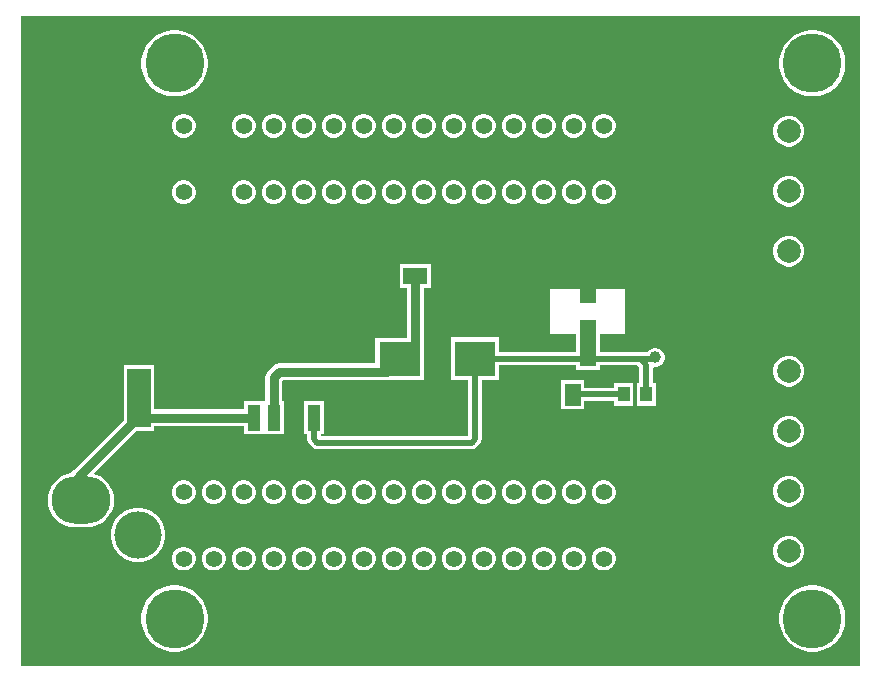
<source format=gbr>
%TF.GenerationSoftware,Altium Limited,Altium Designer,23.4.1 (23)*%
G04 Layer_Physical_Order=1*
G04 Layer_Color=255*
%FSLAX45Y45*%
%MOMM*%
%TF.SameCoordinates,EC373B95-F81A-4979-A11E-F0651E9AEA0C*%
%TF.FilePolarity,Positive*%
%TF.FileFunction,Copper,L1,Top,Signal*%
%TF.Part,Single*%
G01*
G75*
%TA.AperFunction,SMDPad,CuDef*%
%ADD10R,3.50000X3.00000*%
%ADD11R,1.00000X1.30000*%
%ADD12R,2.00000X1.45000*%
%ADD13R,1.40000X4.00000*%
%ADD14R,1.10000X2.20000*%
%ADD15R,10.80000X7.00000*%
%ADD16R,2.00000X5.00000*%
%ADD17R,1.35000X1.90000*%
%TA.AperFunction,Conductor*%
%ADD18C,0.80000*%
%ADD19C,0.50000*%
%TA.AperFunction,ComponentPad*%
%ADD20C,2.00000*%
%TA.AperFunction,ViaPad*%
%ADD21C,5.00000*%
%TA.AperFunction,ComponentPad*%
%ADD22C,1.40000*%
%ADD23O,5.00000X4.00000*%
%ADD24C,4.00000*%
%TA.AperFunction,ViaPad*%
%ADD25C,1.00000*%
G36*
X7200000Y100000D02*
X100000D01*
X100000Y5600000D01*
X7200000D01*
Y100000D01*
D02*
G37*
%LPC*%
G36*
X6822036Y5480000D02*
X6777963D01*
X6734433Y5473105D01*
X6692517Y5459486D01*
X6653248Y5439478D01*
X6617592Y5413572D01*
X6586428Y5382408D01*
X6560522Y5346752D01*
X6540514Y5307483D01*
X6526894Y5265567D01*
X6520000Y5222037D01*
Y5177963D01*
X6526894Y5134433D01*
X6540514Y5092517D01*
X6560522Y5053248D01*
X6586428Y5017592D01*
X6617592Y4986428D01*
X6653248Y4960522D01*
X6692517Y4940514D01*
X6734433Y4926895D01*
X6777963Y4920000D01*
X6822036D01*
X6865567Y4926895D01*
X6907483Y4940514D01*
X6946752Y4960522D01*
X6982408Y4986428D01*
X7013572Y5017592D01*
X7039477Y5053248D01*
X7059486Y5092517D01*
X7073105Y5134433D01*
X7080000Y5177963D01*
Y5222037D01*
X7073105Y5265567D01*
X7059486Y5307483D01*
X7039477Y5346752D01*
X7013572Y5382408D01*
X6982408Y5413572D01*
X6946752Y5439478D01*
X6907483Y5459486D01*
X6865567Y5473105D01*
X6822036Y5480000D01*
D02*
G37*
G36*
X1422037D02*
X1377963D01*
X1334433Y5473105D01*
X1292517Y5459486D01*
X1253248Y5439478D01*
X1217592Y5413572D01*
X1186428Y5382408D01*
X1160522Y5346752D01*
X1140514Y5307483D01*
X1126895Y5265567D01*
X1120000Y5222037D01*
Y5177963D01*
X1126895Y5134433D01*
X1140514Y5092517D01*
X1160522Y5053248D01*
X1186428Y5017592D01*
X1217592Y4986428D01*
X1253248Y4960522D01*
X1292517Y4940514D01*
X1334433Y4926895D01*
X1377963Y4920000D01*
X1422037D01*
X1465567Y4926895D01*
X1507483Y4940514D01*
X1546752Y4960522D01*
X1582408Y4986428D01*
X1613572Y5017592D01*
X1639478Y5053248D01*
X1659486Y5092517D01*
X1673105Y5134433D01*
X1680000Y5177963D01*
Y5222037D01*
X1673105Y5265567D01*
X1659486Y5307483D01*
X1639478Y5346752D01*
X1613572Y5382408D01*
X1582408Y5413572D01*
X1546752Y5439478D01*
X1507483Y5459486D01*
X1465567Y5473105D01*
X1422037Y5480000D01*
D02*
G37*
G36*
X5047165Y4772000D02*
X5020835D01*
X4995401Y4765185D01*
X4972599Y4752020D01*
X4953980Y4733401D01*
X4940815Y4710598D01*
X4934000Y4685165D01*
Y4658835D01*
X4940815Y4633402D01*
X4953980Y4610599D01*
X4972599Y4591980D01*
X4995401Y4578815D01*
X5020835Y4572000D01*
X5047165D01*
X5072598Y4578815D01*
X5095401Y4591980D01*
X5114019Y4610599D01*
X5127185Y4633402D01*
X5134000Y4658835D01*
Y4685165D01*
X5127185Y4710598D01*
X5114019Y4733401D01*
X5095401Y4752020D01*
X5072598Y4765185D01*
X5047165Y4772000D01*
D02*
G37*
G36*
X4793165D02*
X4766835D01*
X4741401Y4765185D01*
X4718599Y4752020D01*
X4699980Y4733401D01*
X4686815Y4710598D01*
X4680000Y4685165D01*
Y4658835D01*
X4686815Y4633402D01*
X4699980Y4610599D01*
X4718599Y4591980D01*
X4741401Y4578815D01*
X4766835Y4572000D01*
X4793165D01*
X4818598Y4578815D01*
X4841401Y4591980D01*
X4860019Y4610599D01*
X4873185Y4633402D01*
X4880000Y4658835D01*
Y4685165D01*
X4873185Y4710598D01*
X4860019Y4733401D01*
X4841401Y4752020D01*
X4818598Y4765185D01*
X4793165Y4772000D01*
D02*
G37*
G36*
X4539165D02*
X4512835D01*
X4487401Y4765185D01*
X4464599Y4752020D01*
X4445980Y4733401D01*
X4432815Y4710598D01*
X4426000Y4685165D01*
Y4658835D01*
X4432815Y4633402D01*
X4445980Y4610599D01*
X4464599Y4591980D01*
X4487401Y4578815D01*
X4512835Y4572000D01*
X4539165D01*
X4564598Y4578815D01*
X4587401Y4591980D01*
X4606019Y4610599D01*
X4619185Y4633402D01*
X4626000Y4658835D01*
Y4685165D01*
X4619185Y4710598D01*
X4606019Y4733401D01*
X4587401Y4752020D01*
X4564598Y4765185D01*
X4539165Y4772000D01*
D02*
G37*
G36*
X4285165D02*
X4258835D01*
X4233401Y4765185D01*
X4210599Y4752020D01*
X4191980Y4733401D01*
X4178815Y4710598D01*
X4172000Y4685165D01*
Y4658835D01*
X4178815Y4633402D01*
X4191980Y4610599D01*
X4210599Y4591980D01*
X4233401Y4578815D01*
X4258835Y4572000D01*
X4285165D01*
X4310598Y4578815D01*
X4333401Y4591980D01*
X4352019Y4610599D01*
X4365185Y4633402D01*
X4372000Y4658835D01*
Y4685165D01*
X4365185Y4710598D01*
X4352019Y4733401D01*
X4333401Y4752020D01*
X4310598Y4765185D01*
X4285165Y4772000D01*
D02*
G37*
G36*
X4031165D02*
X4004835D01*
X3979401Y4765185D01*
X3956599Y4752020D01*
X3937980Y4733401D01*
X3924815Y4710598D01*
X3918000Y4685165D01*
Y4658835D01*
X3924815Y4633402D01*
X3937980Y4610599D01*
X3956599Y4591980D01*
X3979401Y4578815D01*
X4004835Y4572000D01*
X4031165D01*
X4056598Y4578815D01*
X4079401Y4591980D01*
X4098019Y4610599D01*
X4111185Y4633402D01*
X4118000Y4658835D01*
Y4685165D01*
X4111185Y4710598D01*
X4098019Y4733401D01*
X4079401Y4752020D01*
X4056598Y4765185D01*
X4031165Y4772000D01*
D02*
G37*
G36*
X3777165D02*
X3750835D01*
X3725401Y4765185D01*
X3702599Y4752020D01*
X3683980Y4733401D01*
X3670815Y4710598D01*
X3664000Y4685165D01*
Y4658835D01*
X3670815Y4633402D01*
X3683980Y4610599D01*
X3702599Y4591980D01*
X3725401Y4578815D01*
X3750835Y4572000D01*
X3777165D01*
X3802598Y4578815D01*
X3825401Y4591980D01*
X3844019Y4610599D01*
X3857185Y4633402D01*
X3864000Y4658835D01*
Y4685165D01*
X3857185Y4710598D01*
X3844019Y4733401D01*
X3825401Y4752020D01*
X3802598Y4765185D01*
X3777165Y4772000D01*
D02*
G37*
G36*
X3523165D02*
X3496835D01*
X3471401Y4765185D01*
X3448599Y4752020D01*
X3429980Y4733401D01*
X3416815Y4710598D01*
X3410000Y4685165D01*
Y4658835D01*
X3416815Y4633402D01*
X3429980Y4610599D01*
X3448599Y4591980D01*
X3471401Y4578815D01*
X3496835Y4572000D01*
X3523165D01*
X3548598Y4578815D01*
X3571401Y4591980D01*
X3590019Y4610599D01*
X3603185Y4633402D01*
X3610000Y4658835D01*
Y4685165D01*
X3603185Y4710598D01*
X3590019Y4733401D01*
X3571401Y4752020D01*
X3548598Y4765185D01*
X3523165Y4772000D01*
D02*
G37*
G36*
X3269165D02*
X3242835D01*
X3217401Y4765185D01*
X3194599Y4752020D01*
X3175980Y4733401D01*
X3162815Y4710598D01*
X3156000Y4685165D01*
Y4658835D01*
X3162815Y4633402D01*
X3175980Y4610599D01*
X3194599Y4591980D01*
X3217401Y4578815D01*
X3242835Y4572000D01*
X3269165D01*
X3294598Y4578815D01*
X3317401Y4591980D01*
X3336019Y4610599D01*
X3349185Y4633402D01*
X3356000Y4658835D01*
Y4685165D01*
X3349185Y4710598D01*
X3336019Y4733401D01*
X3317401Y4752020D01*
X3294598Y4765185D01*
X3269165Y4772000D01*
D02*
G37*
G36*
X3015165D02*
X2988835D01*
X2963401Y4765185D01*
X2940599Y4752020D01*
X2921980Y4733401D01*
X2908815Y4710598D01*
X2902000Y4685165D01*
Y4658835D01*
X2908815Y4633402D01*
X2921980Y4610599D01*
X2940599Y4591980D01*
X2963401Y4578815D01*
X2988835Y4572000D01*
X3015165D01*
X3040598Y4578815D01*
X3063401Y4591980D01*
X3082019Y4610599D01*
X3095185Y4633402D01*
X3102000Y4658835D01*
Y4685165D01*
X3095185Y4710598D01*
X3082019Y4733401D01*
X3063401Y4752020D01*
X3040598Y4765185D01*
X3015165Y4772000D01*
D02*
G37*
G36*
X2761165D02*
X2734835D01*
X2709401Y4765185D01*
X2686599Y4752020D01*
X2667980Y4733401D01*
X2654815Y4710598D01*
X2648000Y4685165D01*
Y4658835D01*
X2654815Y4633402D01*
X2667980Y4610599D01*
X2686599Y4591980D01*
X2709401Y4578815D01*
X2734835Y4572000D01*
X2761165D01*
X2786598Y4578815D01*
X2809401Y4591980D01*
X2828019Y4610599D01*
X2841185Y4633402D01*
X2848000Y4658835D01*
Y4685165D01*
X2841185Y4710598D01*
X2828019Y4733401D01*
X2809401Y4752020D01*
X2786598Y4765185D01*
X2761165Y4772000D01*
D02*
G37*
G36*
X2507165D02*
X2480835D01*
X2455401Y4765185D01*
X2432599Y4752020D01*
X2413980Y4733401D01*
X2400815Y4710598D01*
X2394000Y4685165D01*
Y4658835D01*
X2400815Y4633402D01*
X2413980Y4610599D01*
X2432599Y4591980D01*
X2455401Y4578815D01*
X2480835Y4572000D01*
X2507165D01*
X2532598Y4578815D01*
X2555401Y4591980D01*
X2574019Y4610599D01*
X2587185Y4633402D01*
X2594000Y4658835D01*
Y4685165D01*
X2587185Y4710598D01*
X2574019Y4733401D01*
X2555401Y4752020D01*
X2532598Y4765185D01*
X2507165Y4772000D01*
D02*
G37*
G36*
X2253165D02*
X2226835D01*
X2201401Y4765185D01*
X2178599Y4752020D01*
X2159980Y4733401D01*
X2146815Y4710598D01*
X2140000Y4685165D01*
Y4658835D01*
X2146815Y4633402D01*
X2159980Y4610599D01*
X2178599Y4591980D01*
X2201401Y4578815D01*
X2226835Y4572000D01*
X2253165D01*
X2278598Y4578815D01*
X2301401Y4591980D01*
X2320019Y4610599D01*
X2333185Y4633402D01*
X2340000Y4658835D01*
Y4685165D01*
X2333185Y4710598D01*
X2320019Y4733401D01*
X2301401Y4752020D01*
X2278598Y4765185D01*
X2253165Y4772000D01*
D02*
G37*
G36*
X1999165D02*
X1972835D01*
X1947401Y4765185D01*
X1924599Y4752020D01*
X1905980Y4733401D01*
X1892815Y4710598D01*
X1886000Y4685165D01*
Y4658835D01*
X1892815Y4633402D01*
X1905980Y4610599D01*
X1924599Y4591980D01*
X1947401Y4578815D01*
X1972835Y4572000D01*
X1999165D01*
X2024598Y4578815D01*
X2047401Y4591980D01*
X2066019Y4610599D01*
X2079185Y4633402D01*
X2086000Y4658835D01*
Y4685165D01*
X2079185Y4710598D01*
X2066019Y4733401D01*
X2047401Y4752020D01*
X2024598Y4765185D01*
X1999165Y4772000D01*
D02*
G37*
G36*
X1491165D02*
X1464835D01*
X1439401Y4765185D01*
X1416599Y4752020D01*
X1397980Y4733401D01*
X1384815Y4710598D01*
X1378000Y4685165D01*
Y4658835D01*
X1384815Y4633402D01*
X1397980Y4610599D01*
X1416599Y4591980D01*
X1439401Y4578815D01*
X1464835Y4572000D01*
X1491165D01*
X1516598Y4578815D01*
X1539401Y4591980D01*
X1558019Y4610599D01*
X1571185Y4633402D01*
X1578000Y4658835D01*
Y4685165D01*
X1571185Y4710598D01*
X1558019Y4733401D01*
X1539401Y4752020D01*
X1516598Y4765185D01*
X1491165Y4772000D01*
D02*
G37*
G36*
X6617115Y4756000D02*
X6582885D01*
X6549822Y4747141D01*
X6520178Y4730026D01*
X6495974Y4705822D01*
X6478859Y4676178D01*
X6470000Y4643115D01*
Y4608885D01*
X6478859Y4575822D01*
X6495974Y4546178D01*
X6520178Y4521974D01*
X6549822Y4504859D01*
X6582885Y4496000D01*
X6617115D01*
X6650178Y4504859D01*
X6679822Y4521974D01*
X6704026Y4546178D01*
X6721141Y4575822D01*
X6730000Y4608885D01*
Y4643115D01*
X6721141Y4676178D01*
X6704026Y4705822D01*
X6679822Y4730026D01*
X6650178Y4747141D01*
X6617115Y4756000D01*
D02*
G37*
G36*
X5047165Y4210000D02*
X5020835D01*
X4995401Y4203185D01*
X4972599Y4190020D01*
X4953980Y4171401D01*
X4940815Y4148599D01*
X4934000Y4123165D01*
Y4096835D01*
X4940815Y4071402D01*
X4953980Y4048599D01*
X4972599Y4029981D01*
X4995401Y4016815D01*
X5020835Y4010000D01*
X5047165D01*
X5072598Y4016815D01*
X5095401Y4029981D01*
X5114019Y4048599D01*
X5127185Y4071402D01*
X5134000Y4096835D01*
Y4123165D01*
X5127185Y4148599D01*
X5114019Y4171401D01*
X5095401Y4190020D01*
X5072598Y4203185D01*
X5047165Y4210000D01*
D02*
G37*
G36*
X4793165D02*
X4766835D01*
X4741401Y4203185D01*
X4718599Y4190020D01*
X4699980Y4171401D01*
X4686815Y4148599D01*
X4680000Y4123165D01*
Y4096835D01*
X4686815Y4071402D01*
X4699980Y4048599D01*
X4718599Y4029981D01*
X4741401Y4016815D01*
X4766835Y4010000D01*
X4793165D01*
X4818598Y4016815D01*
X4841401Y4029981D01*
X4860019Y4048599D01*
X4873185Y4071402D01*
X4880000Y4096835D01*
Y4123165D01*
X4873185Y4148599D01*
X4860019Y4171401D01*
X4841401Y4190020D01*
X4818598Y4203185D01*
X4793165Y4210000D01*
D02*
G37*
G36*
X4539165D02*
X4512835D01*
X4487401Y4203185D01*
X4464599Y4190020D01*
X4445980Y4171401D01*
X4432815Y4148599D01*
X4426000Y4123165D01*
Y4096835D01*
X4432815Y4071402D01*
X4445980Y4048599D01*
X4464599Y4029981D01*
X4487401Y4016815D01*
X4512835Y4010000D01*
X4539165D01*
X4564598Y4016815D01*
X4587401Y4029981D01*
X4606019Y4048599D01*
X4619185Y4071402D01*
X4626000Y4096835D01*
Y4123165D01*
X4619185Y4148599D01*
X4606019Y4171401D01*
X4587401Y4190020D01*
X4564598Y4203185D01*
X4539165Y4210000D01*
D02*
G37*
G36*
X4285165D02*
X4258835D01*
X4233401Y4203185D01*
X4210599Y4190020D01*
X4191980Y4171401D01*
X4178815Y4148599D01*
X4172000Y4123165D01*
Y4096835D01*
X4178815Y4071402D01*
X4191980Y4048599D01*
X4210599Y4029981D01*
X4233401Y4016815D01*
X4258835Y4010000D01*
X4285165D01*
X4310598Y4016815D01*
X4333401Y4029981D01*
X4352019Y4048599D01*
X4365185Y4071402D01*
X4372000Y4096835D01*
Y4123165D01*
X4365185Y4148599D01*
X4352019Y4171401D01*
X4333401Y4190020D01*
X4310598Y4203185D01*
X4285165Y4210000D01*
D02*
G37*
G36*
X4031165D02*
X4004835D01*
X3979401Y4203185D01*
X3956599Y4190020D01*
X3937980Y4171401D01*
X3924815Y4148599D01*
X3918000Y4123165D01*
Y4096835D01*
X3924815Y4071402D01*
X3937980Y4048599D01*
X3956599Y4029981D01*
X3979401Y4016815D01*
X4004835Y4010000D01*
X4031165D01*
X4056598Y4016815D01*
X4079401Y4029981D01*
X4098019Y4048599D01*
X4111185Y4071402D01*
X4118000Y4096835D01*
Y4123165D01*
X4111185Y4148599D01*
X4098019Y4171401D01*
X4079401Y4190020D01*
X4056598Y4203185D01*
X4031165Y4210000D01*
D02*
G37*
G36*
X3777165D02*
X3750835D01*
X3725401Y4203185D01*
X3702599Y4190020D01*
X3683980Y4171401D01*
X3670815Y4148599D01*
X3664000Y4123165D01*
Y4096835D01*
X3670815Y4071402D01*
X3683980Y4048599D01*
X3702599Y4029981D01*
X3725401Y4016815D01*
X3750835Y4010000D01*
X3777165D01*
X3802598Y4016815D01*
X3825401Y4029981D01*
X3844019Y4048599D01*
X3857185Y4071402D01*
X3864000Y4096835D01*
Y4123165D01*
X3857185Y4148599D01*
X3844019Y4171401D01*
X3825401Y4190020D01*
X3802598Y4203185D01*
X3777165Y4210000D01*
D02*
G37*
G36*
X3523165D02*
X3496835D01*
X3471401Y4203185D01*
X3448599Y4190020D01*
X3429980Y4171401D01*
X3416815Y4148599D01*
X3410000Y4123165D01*
Y4096835D01*
X3416815Y4071402D01*
X3429980Y4048599D01*
X3448599Y4029981D01*
X3471401Y4016815D01*
X3496835Y4010000D01*
X3523165D01*
X3548598Y4016815D01*
X3571401Y4029981D01*
X3590019Y4048599D01*
X3603185Y4071402D01*
X3610000Y4096835D01*
Y4123165D01*
X3603185Y4148599D01*
X3590019Y4171401D01*
X3571401Y4190020D01*
X3548598Y4203185D01*
X3523165Y4210000D01*
D02*
G37*
G36*
X3269165D02*
X3242835D01*
X3217401Y4203185D01*
X3194599Y4190020D01*
X3175980Y4171401D01*
X3162815Y4148599D01*
X3156000Y4123165D01*
Y4096835D01*
X3162815Y4071402D01*
X3175980Y4048599D01*
X3194599Y4029981D01*
X3217401Y4016815D01*
X3242835Y4010000D01*
X3269165D01*
X3294598Y4016815D01*
X3317401Y4029981D01*
X3336019Y4048599D01*
X3349185Y4071402D01*
X3356000Y4096835D01*
Y4123165D01*
X3349185Y4148599D01*
X3336019Y4171401D01*
X3317401Y4190020D01*
X3294598Y4203185D01*
X3269165Y4210000D01*
D02*
G37*
G36*
X3015165D02*
X2988835D01*
X2963401Y4203185D01*
X2940599Y4190020D01*
X2921980Y4171401D01*
X2908815Y4148599D01*
X2902000Y4123165D01*
Y4096835D01*
X2908815Y4071402D01*
X2921980Y4048599D01*
X2940599Y4029981D01*
X2963401Y4016815D01*
X2988835Y4010000D01*
X3015165D01*
X3040598Y4016815D01*
X3063401Y4029981D01*
X3082019Y4048599D01*
X3095185Y4071402D01*
X3102000Y4096835D01*
Y4123165D01*
X3095185Y4148599D01*
X3082019Y4171401D01*
X3063401Y4190020D01*
X3040598Y4203185D01*
X3015165Y4210000D01*
D02*
G37*
G36*
X2761165D02*
X2734835D01*
X2709401Y4203185D01*
X2686599Y4190020D01*
X2667980Y4171401D01*
X2654815Y4148599D01*
X2648000Y4123165D01*
Y4096835D01*
X2654815Y4071402D01*
X2667980Y4048599D01*
X2686599Y4029981D01*
X2709401Y4016815D01*
X2734835Y4010000D01*
X2761165D01*
X2786598Y4016815D01*
X2809401Y4029981D01*
X2828019Y4048599D01*
X2841185Y4071402D01*
X2848000Y4096835D01*
Y4123165D01*
X2841185Y4148599D01*
X2828019Y4171401D01*
X2809401Y4190020D01*
X2786598Y4203185D01*
X2761165Y4210000D01*
D02*
G37*
G36*
X2507165D02*
X2480835D01*
X2455401Y4203185D01*
X2432599Y4190020D01*
X2413980Y4171401D01*
X2400815Y4148599D01*
X2394000Y4123165D01*
Y4096835D01*
X2400815Y4071402D01*
X2413980Y4048599D01*
X2432599Y4029981D01*
X2455401Y4016815D01*
X2480835Y4010000D01*
X2507165D01*
X2532598Y4016815D01*
X2555401Y4029981D01*
X2574019Y4048599D01*
X2587185Y4071402D01*
X2594000Y4096835D01*
Y4123165D01*
X2587185Y4148599D01*
X2574019Y4171401D01*
X2555401Y4190020D01*
X2532598Y4203185D01*
X2507165Y4210000D01*
D02*
G37*
G36*
X2253165D02*
X2226835D01*
X2201401Y4203185D01*
X2178599Y4190020D01*
X2159980Y4171401D01*
X2146815Y4148599D01*
X2140000Y4123165D01*
Y4096835D01*
X2146815Y4071402D01*
X2159980Y4048599D01*
X2178599Y4029981D01*
X2201401Y4016815D01*
X2226835Y4010000D01*
X2253165D01*
X2278598Y4016815D01*
X2301401Y4029981D01*
X2320019Y4048599D01*
X2333185Y4071402D01*
X2340000Y4096835D01*
Y4123165D01*
X2333185Y4148599D01*
X2320019Y4171401D01*
X2301401Y4190020D01*
X2278598Y4203185D01*
X2253165Y4210000D01*
D02*
G37*
G36*
X1999165D02*
X1972835D01*
X1947401Y4203185D01*
X1924599Y4190020D01*
X1905980Y4171401D01*
X1892815Y4148599D01*
X1886000Y4123165D01*
Y4096835D01*
X1892815Y4071402D01*
X1905980Y4048599D01*
X1924599Y4029981D01*
X1947401Y4016815D01*
X1972835Y4010000D01*
X1999165D01*
X2024598Y4016815D01*
X2047401Y4029981D01*
X2066019Y4048599D01*
X2079185Y4071402D01*
X2086000Y4096835D01*
Y4123165D01*
X2079185Y4148599D01*
X2066019Y4171401D01*
X2047401Y4190020D01*
X2024598Y4203185D01*
X1999165Y4210000D01*
D02*
G37*
G36*
X1491165D02*
X1464835D01*
X1439401Y4203185D01*
X1416599Y4190020D01*
X1397980Y4171401D01*
X1384815Y4148599D01*
X1378000Y4123165D01*
Y4096835D01*
X1384815Y4071402D01*
X1397980Y4048599D01*
X1416599Y4029981D01*
X1439401Y4016815D01*
X1464835Y4010000D01*
X1491165D01*
X1516598Y4016815D01*
X1539401Y4029981D01*
X1558019Y4048599D01*
X1571185Y4071402D01*
X1578000Y4096835D01*
Y4123165D01*
X1571185Y4148599D01*
X1558019Y4171401D01*
X1539401Y4190020D01*
X1516598Y4203185D01*
X1491165Y4210000D01*
D02*
G37*
G36*
X6617115Y4248000D02*
X6582885D01*
X6549822Y4239141D01*
X6520178Y4222026D01*
X6495974Y4197822D01*
X6478859Y4168178D01*
X6470000Y4135115D01*
Y4100885D01*
X6478859Y4067822D01*
X6495974Y4038178D01*
X6520178Y4013974D01*
X6549822Y3996859D01*
X6582885Y3988000D01*
X6617115D01*
X6650178Y3996859D01*
X6679822Y4013974D01*
X6704026Y4038178D01*
X6721141Y4067822D01*
X6730000Y4100885D01*
Y4135115D01*
X6721141Y4168178D01*
X6704026Y4197822D01*
X6679822Y4222026D01*
X6650178Y4239141D01*
X6617115Y4248000D01*
D02*
G37*
G36*
Y3740000D02*
X6582885D01*
X6549822Y3731141D01*
X6520178Y3714026D01*
X6495974Y3689822D01*
X6478859Y3660178D01*
X6470000Y3627115D01*
Y3592885D01*
X6478859Y3559822D01*
X6495974Y3530178D01*
X6520178Y3505974D01*
X6549822Y3488859D01*
X6582885Y3480000D01*
X6617115D01*
X6650178Y3488859D01*
X6679822Y3505974D01*
X6704026Y3530178D01*
X6721141Y3559822D01*
X6730000Y3592885D01*
Y3627115D01*
X6721141Y3660178D01*
X6704026Y3689822D01*
X6679822Y3714026D01*
X6650178Y3731141D01*
X6617115Y3740000D01*
D02*
G37*
G36*
X5217500Y3290500D02*
X4582500D01*
Y2909500D01*
X4800000D01*
Y2756078D01*
X4150000D01*
Y2880000D01*
X3740000D01*
Y2520000D01*
X3888923D01*
Y2046077D01*
X2636080D01*
Y2060000D01*
X2665002D01*
Y2340000D01*
X2495002D01*
Y2060000D01*
X2523925D01*
Y2019290D01*
X2528194Y1997830D01*
X2540350Y1979637D01*
X2569639Y1950347D01*
X2587832Y1938191D01*
X2609292Y1933923D01*
X3915710D01*
X3937170Y1938191D01*
X3955363Y1950347D01*
X3984653Y1979637D01*
X3996809Y1997830D01*
X4001077Y2019290D01*
Y2520000D01*
X4150000D01*
Y2643923D01*
X4800000D01*
Y2600000D01*
X5000000D01*
Y2643923D01*
X5317482D01*
X5336648Y2624758D01*
Y2493124D01*
X5312725D01*
Y2303124D01*
X5472725D01*
Y2493124D01*
X5448802D01*
Y2622427D01*
X5458878Y2630158D01*
X5459468Y2630000D01*
X5480532D01*
X5500879Y2635452D01*
X5519121Y2645984D01*
X5534016Y2660879D01*
X5544548Y2679121D01*
X5550000Y2699468D01*
Y2720532D01*
X5544548Y2740879D01*
X5534016Y2759121D01*
X5519121Y2774016D01*
X5500879Y2784548D01*
X5480532Y2790000D01*
X5459468D01*
X5439121Y2784548D01*
X5420879Y2774016D01*
X5405984Y2759121D01*
X5404227Y2756078D01*
X5000000D01*
Y2909500D01*
X5217500D01*
Y3290500D01*
D02*
G37*
G36*
X6617115Y2724000D02*
X6582885D01*
X6549822Y2715141D01*
X6520178Y2698026D01*
X6495974Y2673822D01*
X6478859Y2644178D01*
X6470000Y2611115D01*
Y2576885D01*
X6478859Y2543822D01*
X6495974Y2514178D01*
X6520178Y2489974D01*
X6549822Y2472859D01*
X6582885Y2464000D01*
X6617115D01*
X6650178Y2472859D01*
X6679822Y2489974D01*
X6704026Y2514178D01*
X6721141Y2543822D01*
X6730000Y2576885D01*
Y2611115D01*
X6721141Y2644178D01*
X6704026Y2673822D01*
X6679822Y2698026D01*
X6650178Y2715141D01*
X6617115Y2724000D01*
D02*
G37*
G36*
X4870000Y2520000D02*
X4675000D01*
Y2270000D01*
X4870000D01*
Y2342046D01*
X5122725D01*
Y2303124D01*
X5282725D01*
Y2493124D01*
X5122725D01*
Y2454201D01*
X4870000D01*
Y2520000D01*
D02*
G37*
G36*
X3570000Y3502500D02*
X3310000D01*
Y3297500D01*
X3369396D01*
Y2878000D01*
X3100000D01*
Y2660604D01*
X2286861D01*
X2268587Y2658198D01*
X2251559Y2651145D01*
X2236936Y2639925D01*
X2190073Y2593062D01*
X2178853Y2578439D01*
X2171800Y2561411D01*
X2169394Y2543137D01*
Y2340000D01*
X1985001D01*
Y2270604D01*
X1230000D01*
Y2645000D01*
X970000D01*
Y2557686D01*
X969396Y2553100D01*
X970000Y2548514D01*
Y2184849D01*
X545075Y1759925D01*
X533855Y1745302D01*
X527503Y1729967D01*
X511812Y1728421D01*
X468457Y1715270D01*
X428501Y1693913D01*
X393479Y1665171D01*
X364737Y1630149D01*
X343380Y1590192D01*
X330228Y1546837D01*
X325788Y1501749D01*
X330228Y1456662D01*
X343380Y1413306D01*
X364737Y1373350D01*
X393479Y1338328D01*
X428501Y1309586D01*
X468457Y1288229D01*
X511812Y1275077D01*
X556900Y1270637D01*
X656900D01*
X701988Y1275077D01*
X745343Y1288229D01*
X785300Y1309586D01*
X820322Y1338328D01*
X849064Y1373350D01*
X870421Y1413306D01*
X883572Y1456662D01*
X888013Y1501749D01*
X883572Y1546837D01*
X870421Y1590192D01*
X849064Y1630149D01*
X820322Y1665171D01*
X785300Y1693913D01*
X745343Y1715270D01*
X722464Y1722210D01*
X719378Y1734529D01*
X1069849Y2085000D01*
X1230000D01*
Y2129396D01*
X1985001D01*
Y2060000D01*
X2324998D01*
Y2340000D01*
X2310602D01*
Y2513892D01*
X2316106Y2519396D01*
X3100000D01*
Y2518000D01*
X3510000D01*
Y2803412D01*
X3510604Y2808000D01*
Y3297500D01*
X3570000D01*
Y3502500D01*
D02*
G37*
G36*
X6617115Y2216000D02*
X6582885D01*
X6549822Y2207141D01*
X6520178Y2190026D01*
X6495974Y2165822D01*
X6478859Y2136178D01*
X6470000Y2103115D01*
Y2068885D01*
X6478859Y2035822D01*
X6495974Y2006178D01*
X6520178Y1981974D01*
X6549822Y1964859D01*
X6582885Y1956000D01*
X6617115D01*
X6650178Y1964859D01*
X6679822Y1981974D01*
X6704026Y2006178D01*
X6721141Y2035822D01*
X6730000Y2068885D01*
Y2103115D01*
X6721141Y2136178D01*
X6704026Y2165822D01*
X6679822Y2190026D01*
X6650178Y2207141D01*
X6617115Y2216000D01*
D02*
G37*
G36*
X5047165Y1670000D02*
X5020835D01*
X4995401Y1663185D01*
X4972599Y1650020D01*
X4953980Y1631401D01*
X4940815Y1608599D01*
X4934000Y1583165D01*
Y1556835D01*
X4940815Y1531402D01*
X4953980Y1508599D01*
X4972599Y1489981D01*
X4995401Y1476815D01*
X5020835Y1470000D01*
X5047165D01*
X5072598Y1476815D01*
X5095401Y1489981D01*
X5114019Y1508599D01*
X5127185Y1531402D01*
X5134000Y1556835D01*
Y1583165D01*
X5127185Y1608599D01*
X5114019Y1631401D01*
X5095401Y1650020D01*
X5072598Y1663185D01*
X5047165Y1670000D01*
D02*
G37*
G36*
X4793165D02*
X4766835D01*
X4741401Y1663185D01*
X4718599Y1650020D01*
X4699980Y1631401D01*
X4686815Y1608599D01*
X4680000Y1583165D01*
Y1556835D01*
X4686815Y1531402D01*
X4699980Y1508599D01*
X4718599Y1489981D01*
X4741401Y1476815D01*
X4766835Y1470000D01*
X4793165D01*
X4818598Y1476815D01*
X4841401Y1489981D01*
X4860019Y1508599D01*
X4873185Y1531402D01*
X4880000Y1556835D01*
Y1583165D01*
X4873185Y1608599D01*
X4860019Y1631401D01*
X4841401Y1650020D01*
X4818598Y1663185D01*
X4793165Y1670000D01*
D02*
G37*
G36*
X4539165D02*
X4512835D01*
X4487401Y1663185D01*
X4464599Y1650020D01*
X4445980Y1631401D01*
X4432815Y1608599D01*
X4426000Y1583165D01*
Y1556835D01*
X4432815Y1531402D01*
X4445980Y1508599D01*
X4464599Y1489981D01*
X4487401Y1476815D01*
X4512835Y1470000D01*
X4539165D01*
X4564598Y1476815D01*
X4587401Y1489981D01*
X4606019Y1508599D01*
X4619185Y1531402D01*
X4626000Y1556835D01*
Y1583165D01*
X4619185Y1608599D01*
X4606019Y1631401D01*
X4587401Y1650020D01*
X4564598Y1663185D01*
X4539165Y1670000D01*
D02*
G37*
G36*
X4285165D02*
X4258835D01*
X4233401Y1663185D01*
X4210599Y1650020D01*
X4191980Y1631401D01*
X4178815Y1608599D01*
X4172000Y1583165D01*
Y1556835D01*
X4178815Y1531402D01*
X4191980Y1508599D01*
X4210599Y1489981D01*
X4233401Y1476815D01*
X4258835Y1470000D01*
X4285165D01*
X4310598Y1476815D01*
X4333401Y1489981D01*
X4352019Y1508599D01*
X4365185Y1531402D01*
X4372000Y1556835D01*
Y1583165D01*
X4365185Y1608599D01*
X4352019Y1631401D01*
X4333401Y1650020D01*
X4310598Y1663185D01*
X4285165Y1670000D01*
D02*
G37*
G36*
X4031165D02*
X4004835D01*
X3979401Y1663185D01*
X3956599Y1650020D01*
X3937980Y1631401D01*
X3924815Y1608599D01*
X3918000Y1583165D01*
Y1556835D01*
X3924815Y1531402D01*
X3937980Y1508599D01*
X3956599Y1489981D01*
X3979401Y1476815D01*
X4004835Y1470000D01*
X4031165D01*
X4056598Y1476815D01*
X4079401Y1489981D01*
X4098019Y1508599D01*
X4111185Y1531402D01*
X4118000Y1556835D01*
Y1583165D01*
X4111185Y1608599D01*
X4098019Y1631401D01*
X4079401Y1650020D01*
X4056598Y1663185D01*
X4031165Y1670000D01*
D02*
G37*
G36*
X3777165D02*
X3750835D01*
X3725401Y1663185D01*
X3702599Y1650020D01*
X3683980Y1631401D01*
X3670815Y1608599D01*
X3664000Y1583165D01*
Y1556835D01*
X3670815Y1531402D01*
X3683980Y1508599D01*
X3702599Y1489981D01*
X3725401Y1476815D01*
X3750835Y1470000D01*
X3777165D01*
X3802598Y1476815D01*
X3825401Y1489981D01*
X3844019Y1508599D01*
X3857185Y1531402D01*
X3864000Y1556835D01*
Y1583165D01*
X3857185Y1608599D01*
X3844019Y1631401D01*
X3825401Y1650020D01*
X3802598Y1663185D01*
X3777165Y1670000D01*
D02*
G37*
G36*
X3523165D02*
X3496835D01*
X3471401Y1663185D01*
X3448599Y1650020D01*
X3429980Y1631401D01*
X3416815Y1608599D01*
X3410000Y1583165D01*
Y1556835D01*
X3416815Y1531402D01*
X3429980Y1508599D01*
X3448599Y1489981D01*
X3471401Y1476815D01*
X3496835Y1470000D01*
X3523165D01*
X3548598Y1476815D01*
X3571401Y1489981D01*
X3590019Y1508599D01*
X3603185Y1531402D01*
X3610000Y1556835D01*
Y1583165D01*
X3603185Y1608599D01*
X3590019Y1631401D01*
X3571401Y1650020D01*
X3548598Y1663185D01*
X3523165Y1670000D01*
D02*
G37*
G36*
X3269165D02*
X3242835D01*
X3217401Y1663185D01*
X3194599Y1650020D01*
X3175980Y1631401D01*
X3162815Y1608599D01*
X3156000Y1583165D01*
Y1556835D01*
X3162815Y1531402D01*
X3175980Y1508599D01*
X3194599Y1489981D01*
X3217401Y1476815D01*
X3242835Y1470000D01*
X3269165D01*
X3294598Y1476815D01*
X3317401Y1489981D01*
X3336019Y1508599D01*
X3349185Y1531402D01*
X3356000Y1556835D01*
Y1583165D01*
X3349185Y1608599D01*
X3336019Y1631401D01*
X3317401Y1650020D01*
X3294598Y1663185D01*
X3269165Y1670000D01*
D02*
G37*
G36*
X3015165D02*
X2988835D01*
X2963401Y1663185D01*
X2940599Y1650020D01*
X2921980Y1631401D01*
X2908815Y1608599D01*
X2902000Y1583165D01*
Y1556835D01*
X2908815Y1531402D01*
X2921980Y1508599D01*
X2940599Y1489981D01*
X2963401Y1476815D01*
X2988835Y1470000D01*
X3015165D01*
X3040598Y1476815D01*
X3063401Y1489981D01*
X3082019Y1508599D01*
X3095185Y1531402D01*
X3102000Y1556835D01*
Y1583165D01*
X3095185Y1608599D01*
X3082019Y1631401D01*
X3063401Y1650020D01*
X3040598Y1663185D01*
X3015165Y1670000D01*
D02*
G37*
G36*
X2761165D02*
X2734835D01*
X2709401Y1663185D01*
X2686599Y1650020D01*
X2667980Y1631401D01*
X2654815Y1608599D01*
X2648000Y1583165D01*
Y1556835D01*
X2654815Y1531402D01*
X2667980Y1508599D01*
X2686599Y1489981D01*
X2709401Y1476815D01*
X2734835Y1470000D01*
X2761165D01*
X2786598Y1476815D01*
X2809401Y1489981D01*
X2828019Y1508599D01*
X2841185Y1531402D01*
X2848000Y1556835D01*
Y1583165D01*
X2841185Y1608599D01*
X2828019Y1631401D01*
X2809401Y1650020D01*
X2786598Y1663185D01*
X2761165Y1670000D01*
D02*
G37*
G36*
X2507165D02*
X2480835D01*
X2455401Y1663185D01*
X2432599Y1650020D01*
X2413980Y1631401D01*
X2400815Y1608599D01*
X2394000Y1583165D01*
Y1556835D01*
X2400815Y1531402D01*
X2413980Y1508599D01*
X2432599Y1489981D01*
X2455401Y1476815D01*
X2480835Y1470000D01*
X2507165D01*
X2532598Y1476815D01*
X2555401Y1489981D01*
X2574019Y1508599D01*
X2587185Y1531402D01*
X2594000Y1556835D01*
Y1583165D01*
X2587185Y1608599D01*
X2574019Y1631401D01*
X2555401Y1650020D01*
X2532598Y1663185D01*
X2507165Y1670000D01*
D02*
G37*
G36*
X2253165D02*
X2226835D01*
X2201401Y1663185D01*
X2178599Y1650020D01*
X2159980Y1631401D01*
X2146815Y1608599D01*
X2140000Y1583165D01*
Y1556835D01*
X2146815Y1531402D01*
X2159980Y1508599D01*
X2178599Y1489981D01*
X2201401Y1476815D01*
X2226835Y1470000D01*
X2253165D01*
X2278598Y1476815D01*
X2301401Y1489981D01*
X2320019Y1508599D01*
X2333185Y1531402D01*
X2340000Y1556835D01*
Y1583165D01*
X2333185Y1608599D01*
X2320019Y1631401D01*
X2301401Y1650020D01*
X2278598Y1663185D01*
X2253165Y1670000D01*
D02*
G37*
G36*
X1999165D02*
X1972835D01*
X1947401Y1663185D01*
X1924599Y1650020D01*
X1905980Y1631401D01*
X1892815Y1608599D01*
X1886000Y1583165D01*
Y1556835D01*
X1892815Y1531402D01*
X1905980Y1508599D01*
X1924599Y1489981D01*
X1947401Y1476815D01*
X1972835Y1470000D01*
X1999165D01*
X2024598Y1476815D01*
X2047401Y1489981D01*
X2066019Y1508599D01*
X2079185Y1531402D01*
X2086000Y1556835D01*
Y1583165D01*
X2079185Y1608599D01*
X2066019Y1631401D01*
X2047401Y1650020D01*
X2024598Y1663185D01*
X1999165Y1670000D01*
D02*
G37*
G36*
X1745165D02*
X1718835D01*
X1693401Y1663185D01*
X1670599Y1650020D01*
X1651980Y1631401D01*
X1638815Y1608599D01*
X1632000Y1583165D01*
Y1556835D01*
X1638815Y1531402D01*
X1651980Y1508599D01*
X1670599Y1489981D01*
X1693401Y1476815D01*
X1718835Y1470000D01*
X1745165D01*
X1770598Y1476815D01*
X1793401Y1489981D01*
X1812019Y1508599D01*
X1825185Y1531402D01*
X1832000Y1556835D01*
Y1583165D01*
X1825185Y1608599D01*
X1812019Y1631401D01*
X1793401Y1650020D01*
X1770598Y1663185D01*
X1745165Y1670000D01*
D02*
G37*
G36*
X1491165D02*
X1464835D01*
X1439401Y1663185D01*
X1416599Y1650020D01*
X1397980Y1631401D01*
X1384815Y1608599D01*
X1378000Y1583165D01*
Y1556835D01*
X1384815Y1531402D01*
X1397980Y1508599D01*
X1416599Y1489981D01*
X1439401Y1476815D01*
X1464835Y1470000D01*
X1491165D01*
X1516598Y1476815D01*
X1539401Y1489981D01*
X1558019Y1508599D01*
X1571185Y1531402D01*
X1578000Y1556835D01*
Y1583165D01*
X1571185Y1608599D01*
X1558019Y1631401D01*
X1539401Y1650020D01*
X1516598Y1663185D01*
X1491165Y1670000D01*
D02*
G37*
G36*
X6617115Y1708000D02*
X6582885D01*
X6549822Y1699141D01*
X6520178Y1682026D01*
X6495974Y1657822D01*
X6478859Y1628179D01*
X6470000Y1595115D01*
Y1560886D01*
X6478859Y1527822D01*
X6495974Y1498179D01*
X6520178Y1473975D01*
X6549822Y1456860D01*
X6582885Y1448000D01*
X6617115D01*
X6650178Y1456860D01*
X6679822Y1473975D01*
X6704026Y1498179D01*
X6721141Y1527822D01*
X6730000Y1560886D01*
Y1595115D01*
X6721141Y1628179D01*
X6704026Y1657822D01*
X6679822Y1682026D01*
X6650178Y1699141D01*
X6617115Y1708000D01*
D02*
G37*
G36*
X1112153Y1439649D02*
X1066847D01*
X1022412Y1430810D01*
X980555Y1413472D01*
X942884Y1388302D01*
X910848Y1356266D01*
X885677Y1318595D01*
X868339Y1276738D01*
X859500Y1232302D01*
Y1186996D01*
X868339Y1142561D01*
X885677Y1100704D01*
X910848Y1063033D01*
X942884Y1030997D01*
X980555Y1005826D01*
X1022412Y988488D01*
X1066847Y979650D01*
X1112153D01*
X1156589Y988488D01*
X1198446Y1005826D01*
X1236116Y1030997D01*
X1268153Y1063033D01*
X1293323Y1100704D01*
X1310661Y1142561D01*
X1319500Y1186996D01*
Y1232302D01*
X1310661Y1276738D01*
X1293323Y1318595D01*
X1268153Y1356266D01*
X1236116Y1388302D01*
X1198446Y1413472D01*
X1156589Y1430810D01*
X1112153Y1439649D01*
D02*
G37*
G36*
X6617115Y1200000D02*
X6582885D01*
X6549822Y1191141D01*
X6520178Y1174026D01*
X6495974Y1149822D01*
X6478859Y1120178D01*
X6470000Y1087115D01*
Y1052885D01*
X6478859Y1019822D01*
X6495974Y990178D01*
X6520178Y965974D01*
X6549822Y948859D01*
X6582885Y940000D01*
X6617115D01*
X6650178Y948859D01*
X6679822Y965974D01*
X6704026Y990178D01*
X6721141Y1019822D01*
X6730000Y1052885D01*
Y1087115D01*
X6721141Y1120178D01*
X6704026Y1149822D01*
X6679822Y1174026D01*
X6650178Y1191141D01*
X6617115Y1200000D01*
D02*
G37*
G36*
X5047165Y1108000D02*
X5020835D01*
X4995401Y1101185D01*
X4972599Y1088020D01*
X4953980Y1069401D01*
X4940815Y1046599D01*
X4934000Y1021166D01*
Y994835D01*
X4940815Y969402D01*
X4953980Y946599D01*
X4972599Y927981D01*
X4995401Y914815D01*
X5020835Y908000D01*
X5047165D01*
X5072598Y914815D01*
X5095401Y927981D01*
X5114019Y946599D01*
X5127185Y969402D01*
X5134000Y994835D01*
Y1021166D01*
X5127185Y1046599D01*
X5114019Y1069401D01*
X5095401Y1088020D01*
X5072598Y1101185D01*
X5047165Y1108000D01*
D02*
G37*
G36*
X4793165D02*
X4766835D01*
X4741401Y1101185D01*
X4718599Y1088020D01*
X4699980Y1069401D01*
X4686815Y1046599D01*
X4680000Y1021166D01*
Y994835D01*
X4686815Y969402D01*
X4699980Y946599D01*
X4718599Y927981D01*
X4741401Y914815D01*
X4766835Y908000D01*
X4793165D01*
X4818598Y914815D01*
X4841401Y927981D01*
X4860019Y946599D01*
X4873185Y969402D01*
X4880000Y994835D01*
Y1021166D01*
X4873185Y1046599D01*
X4860019Y1069401D01*
X4841401Y1088020D01*
X4818598Y1101185D01*
X4793165Y1108000D01*
D02*
G37*
G36*
X4539165D02*
X4512835D01*
X4487401Y1101185D01*
X4464599Y1088020D01*
X4445980Y1069401D01*
X4432815Y1046599D01*
X4426000Y1021166D01*
Y994835D01*
X4432815Y969402D01*
X4445980Y946599D01*
X4464599Y927981D01*
X4487401Y914815D01*
X4512835Y908000D01*
X4539165D01*
X4564598Y914815D01*
X4587401Y927981D01*
X4606019Y946599D01*
X4619185Y969402D01*
X4626000Y994835D01*
Y1021166D01*
X4619185Y1046599D01*
X4606019Y1069401D01*
X4587401Y1088020D01*
X4564598Y1101185D01*
X4539165Y1108000D01*
D02*
G37*
G36*
X4285165D02*
X4258835D01*
X4233401Y1101185D01*
X4210599Y1088020D01*
X4191980Y1069401D01*
X4178815Y1046599D01*
X4172000Y1021166D01*
Y994835D01*
X4178815Y969402D01*
X4191980Y946599D01*
X4210599Y927981D01*
X4233401Y914815D01*
X4258835Y908000D01*
X4285165D01*
X4310598Y914815D01*
X4333401Y927981D01*
X4352019Y946599D01*
X4365185Y969402D01*
X4372000Y994835D01*
Y1021166D01*
X4365185Y1046599D01*
X4352019Y1069401D01*
X4333401Y1088020D01*
X4310598Y1101185D01*
X4285165Y1108000D01*
D02*
G37*
G36*
X4031165D02*
X4004835D01*
X3979401Y1101185D01*
X3956599Y1088020D01*
X3937980Y1069401D01*
X3924815Y1046599D01*
X3918000Y1021166D01*
Y994835D01*
X3924815Y969402D01*
X3937980Y946599D01*
X3956599Y927981D01*
X3979401Y914815D01*
X4004835Y908000D01*
X4031165D01*
X4056598Y914815D01*
X4079401Y927981D01*
X4098019Y946599D01*
X4111185Y969402D01*
X4118000Y994835D01*
Y1021166D01*
X4111185Y1046599D01*
X4098019Y1069401D01*
X4079401Y1088020D01*
X4056598Y1101185D01*
X4031165Y1108000D01*
D02*
G37*
G36*
X3777165D02*
X3750835D01*
X3725401Y1101185D01*
X3702599Y1088020D01*
X3683980Y1069401D01*
X3670815Y1046599D01*
X3664000Y1021166D01*
Y994835D01*
X3670815Y969402D01*
X3683980Y946599D01*
X3702599Y927981D01*
X3725401Y914815D01*
X3750835Y908000D01*
X3777165D01*
X3802598Y914815D01*
X3825401Y927981D01*
X3844019Y946599D01*
X3857185Y969402D01*
X3864000Y994835D01*
Y1021166D01*
X3857185Y1046599D01*
X3844019Y1069401D01*
X3825401Y1088020D01*
X3802598Y1101185D01*
X3777165Y1108000D01*
D02*
G37*
G36*
X3523165D02*
X3496835D01*
X3471401Y1101185D01*
X3448599Y1088020D01*
X3429980Y1069401D01*
X3416815Y1046599D01*
X3410000Y1021166D01*
Y994835D01*
X3416815Y969402D01*
X3429980Y946599D01*
X3448599Y927981D01*
X3471401Y914815D01*
X3496835Y908000D01*
X3523165D01*
X3548598Y914815D01*
X3571401Y927981D01*
X3590019Y946599D01*
X3603185Y969402D01*
X3610000Y994835D01*
Y1021166D01*
X3603185Y1046599D01*
X3590019Y1069401D01*
X3571401Y1088020D01*
X3548598Y1101185D01*
X3523165Y1108000D01*
D02*
G37*
G36*
X3269165D02*
X3242835D01*
X3217401Y1101185D01*
X3194599Y1088020D01*
X3175980Y1069401D01*
X3162815Y1046599D01*
X3156000Y1021166D01*
Y994835D01*
X3162815Y969402D01*
X3175980Y946599D01*
X3194599Y927981D01*
X3217401Y914815D01*
X3242835Y908000D01*
X3269165D01*
X3294598Y914815D01*
X3317401Y927981D01*
X3336019Y946599D01*
X3349185Y969402D01*
X3356000Y994835D01*
Y1021166D01*
X3349185Y1046599D01*
X3336019Y1069401D01*
X3317401Y1088020D01*
X3294598Y1101185D01*
X3269165Y1108000D01*
D02*
G37*
G36*
X3015165D02*
X2988835D01*
X2963401Y1101185D01*
X2940599Y1088020D01*
X2921980Y1069401D01*
X2908815Y1046599D01*
X2902000Y1021166D01*
Y994835D01*
X2908815Y969402D01*
X2921980Y946599D01*
X2940599Y927981D01*
X2963401Y914815D01*
X2988835Y908000D01*
X3015165D01*
X3040598Y914815D01*
X3063401Y927981D01*
X3082019Y946599D01*
X3095185Y969402D01*
X3102000Y994835D01*
Y1021166D01*
X3095185Y1046599D01*
X3082019Y1069401D01*
X3063401Y1088020D01*
X3040598Y1101185D01*
X3015165Y1108000D01*
D02*
G37*
G36*
X2761165D02*
X2734835D01*
X2709401Y1101185D01*
X2686599Y1088020D01*
X2667980Y1069401D01*
X2654815Y1046599D01*
X2648000Y1021166D01*
Y994835D01*
X2654815Y969402D01*
X2667980Y946599D01*
X2686599Y927981D01*
X2709401Y914815D01*
X2734835Y908000D01*
X2761165D01*
X2786598Y914815D01*
X2809401Y927981D01*
X2828019Y946599D01*
X2841185Y969402D01*
X2848000Y994835D01*
Y1021166D01*
X2841185Y1046599D01*
X2828019Y1069401D01*
X2809401Y1088020D01*
X2786598Y1101185D01*
X2761165Y1108000D01*
D02*
G37*
G36*
X2507165D02*
X2480835D01*
X2455401Y1101185D01*
X2432599Y1088020D01*
X2413980Y1069401D01*
X2400815Y1046599D01*
X2394000Y1021166D01*
Y994835D01*
X2400815Y969402D01*
X2413980Y946599D01*
X2432599Y927981D01*
X2455401Y914815D01*
X2480835Y908000D01*
X2507165D01*
X2532598Y914815D01*
X2555401Y927981D01*
X2574019Y946599D01*
X2587185Y969402D01*
X2594000Y994835D01*
Y1021166D01*
X2587185Y1046599D01*
X2574019Y1069401D01*
X2555401Y1088020D01*
X2532598Y1101185D01*
X2507165Y1108000D01*
D02*
G37*
G36*
X2253165D02*
X2226835D01*
X2201401Y1101185D01*
X2178599Y1088020D01*
X2159980Y1069401D01*
X2146815Y1046599D01*
X2140000Y1021166D01*
Y994835D01*
X2146815Y969402D01*
X2159980Y946599D01*
X2178599Y927981D01*
X2201401Y914815D01*
X2226835Y908000D01*
X2253165D01*
X2278598Y914815D01*
X2301401Y927981D01*
X2320019Y946599D01*
X2333185Y969402D01*
X2340000Y994835D01*
Y1021166D01*
X2333185Y1046599D01*
X2320019Y1069401D01*
X2301401Y1088020D01*
X2278598Y1101185D01*
X2253165Y1108000D01*
D02*
G37*
G36*
X1999165D02*
X1972835D01*
X1947401Y1101185D01*
X1924599Y1088020D01*
X1905980Y1069401D01*
X1892815Y1046599D01*
X1886000Y1021166D01*
Y994835D01*
X1892815Y969402D01*
X1905980Y946599D01*
X1924599Y927981D01*
X1947401Y914815D01*
X1972835Y908000D01*
X1999165D01*
X2024598Y914815D01*
X2047401Y927981D01*
X2066019Y946599D01*
X2079185Y969402D01*
X2086000Y994835D01*
Y1021166D01*
X2079185Y1046599D01*
X2066019Y1069401D01*
X2047401Y1088020D01*
X2024598Y1101185D01*
X1999165Y1108000D01*
D02*
G37*
G36*
X1745165D02*
X1718835D01*
X1693401Y1101185D01*
X1670599Y1088020D01*
X1651980Y1069401D01*
X1638815Y1046599D01*
X1632000Y1021166D01*
Y994835D01*
X1638815Y969402D01*
X1651980Y946599D01*
X1670599Y927981D01*
X1693401Y914815D01*
X1718835Y908000D01*
X1745165D01*
X1770598Y914815D01*
X1793401Y927981D01*
X1812019Y946599D01*
X1825185Y969402D01*
X1832000Y994835D01*
Y1021166D01*
X1825185Y1046599D01*
X1812019Y1069401D01*
X1793401Y1088020D01*
X1770598Y1101185D01*
X1745165Y1108000D01*
D02*
G37*
G36*
X1491165D02*
X1464835D01*
X1439401Y1101185D01*
X1416599Y1088020D01*
X1397980Y1069401D01*
X1384815Y1046599D01*
X1378000Y1021166D01*
Y994835D01*
X1384815Y969402D01*
X1397980Y946599D01*
X1416599Y927981D01*
X1439401Y914815D01*
X1464835Y908000D01*
X1491165D01*
X1516598Y914815D01*
X1539401Y927981D01*
X1558019Y946599D01*
X1571185Y969402D01*
X1578000Y994835D01*
Y1021166D01*
X1571185Y1046599D01*
X1558019Y1069401D01*
X1539401Y1088020D01*
X1516598Y1101185D01*
X1491165Y1108000D01*
D02*
G37*
G36*
X6822036Y780000D02*
X6777963D01*
X6734433Y773105D01*
X6692517Y759486D01*
X6653248Y739478D01*
X6617592Y713572D01*
X6586428Y682408D01*
X6560522Y646752D01*
X6540514Y607483D01*
X6526894Y565567D01*
X6520000Y522037D01*
Y477963D01*
X6526894Y434433D01*
X6540514Y392517D01*
X6560522Y353248D01*
X6586428Y317592D01*
X6617592Y286428D01*
X6653248Y260522D01*
X6692517Y240514D01*
X6734433Y226895D01*
X6777963Y220000D01*
X6822036D01*
X6865567Y226895D01*
X6907483Y240514D01*
X6946752Y260522D01*
X6982408Y286428D01*
X7013572Y317592D01*
X7039477Y353248D01*
X7059486Y392517D01*
X7073105Y434433D01*
X7080000Y477963D01*
Y522037D01*
X7073105Y565567D01*
X7059486Y607483D01*
X7039477Y646752D01*
X7013572Y682408D01*
X6982408Y713572D01*
X6946752Y739478D01*
X6907483Y759486D01*
X6865567Y773105D01*
X6822036Y780000D01*
D02*
G37*
G36*
X1422037D02*
X1377963D01*
X1334433Y773105D01*
X1292517Y759486D01*
X1253248Y739478D01*
X1217592Y713572D01*
X1186428Y682408D01*
X1160522Y646752D01*
X1140514Y607483D01*
X1126895Y565567D01*
X1120000Y522037D01*
Y477963D01*
X1126895Y434433D01*
X1140514Y392517D01*
X1160522Y353248D01*
X1186428Y317592D01*
X1217592Y286428D01*
X1253248Y260522D01*
X1292517Y240514D01*
X1334433Y226895D01*
X1377963Y220000D01*
X1422037D01*
X1465567Y226895D01*
X1507483Y240514D01*
X1546752Y260522D01*
X1582408Y286428D01*
X1613572Y317592D01*
X1639478Y353248D01*
X1659486Y392517D01*
X1673105Y434433D01*
X1680000Y477963D01*
Y522037D01*
X1673105Y565567D01*
X1659486Y607483D01*
X1639478Y646752D01*
X1613572Y682408D01*
X1582408Y713572D01*
X1546752Y739478D01*
X1507483Y759486D01*
X1465567Y773105D01*
X1422037Y780000D01*
D02*
G37*
%LPD*%
D10*
X3945000Y2700000D02*
D03*
X3305000Y2698000D02*
D03*
D11*
X5392725Y2398124D02*
D03*
X5202725D02*
D03*
D12*
X3440000Y3400000D02*
D03*
X3800000D02*
D03*
D13*
X4900000Y3370000D02*
D03*
Y2830000D02*
D03*
D14*
X2070001Y2200000D02*
D03*
X2239998D02*
D03*
X2410000D02*
D03*
X2580002D02*
D03*
X2749999D02*
D03*
D15*
X2410000Y3305002D02*
D03*
D16*
X1100000Y3235000D02*
D03*
Y2365000D02*
D03*
D17*
X4457500Y2395000D02*
D03*
X4772500D02*
D03*
D18*
X2239998Y2200000D02*
Y2543137D01*
X2286861Y2590000D02*
X3197000D01*
X2239998Y2543137D02*
X2286861Y2590000D01*
X3197000D02*
X3305000Y2698000D01*
X1100000Y2260000D02*
Y2365000D01*
Y2215000D02*
Y2260000D01*
X595000Y1513650D02*
X606900Y1501749D01*
X595000Y1513650D02*
Y1710000D01*
X1100000Y2215000D01*
Y2260000D02*
X1160000Y2200000D01*
X3330000Y2698000D02*
X3440000Y2808000D01*
X3305000Y2698000D02*
X3330000D01*
X3440000Y2808000D02*
Y3400000D01*
X1160000Y2200000D02*
X2070001D01*
X1040000Y2553100D02*
X1100000Y2493100D01*
Y2365000D02*
Y2493100D01*
D19*
X4900000Y2745000D02*
X4941465Y2703536D01*
X4945000Y2700000D02*
X5424645D01*
X5425078Y2700433D02*
X5460433D01*
X5345710Y2695000D02*
X5392725Y2647986D01*
X5460433Y2700433D02*
X5470000Y2710000D01*
X5424645Y2700000D02*
X5425078Y2700433D01*
X3945000Y2019290D02*
Y2700000D01*
X3915710Y1990000D02*
X3945000Y2019290D01*
X2580002D02*
Y2200000D01*
Y2019290D02*
X2609292Y1990000D01*
X3915710D01*
X4772500Y2395000D02*
X4775624Y2398124D01*
X5202725D01*
X5392725D02*
Y2647986D01*
X4900000Y2745000D02*
Y2830000D01*
X3945000Y2700000D02*
X4855000D01*
X4900000Y2745000D01*
D20*
X6600000Y1070000D02*
D03*
Y2086000D02*
D03*
Y1578000D02*
D03*
Y3102000D02*
D03*
Y2594000D02*
D03*
Y4118000D02*
D03*
Y4626000D02*
D03*
Y3610000D02*
D03*
D21*
X6800000Y5200000D02*
D03*
Y500000D02*
D03*
X1400000D02*
D03*
Y5200000D02*
D03*
D22*
X4526000Y4110000D02*
D03*
X4272000D02*
D03*
X4018000D02*
D03*
X3764000D02*
D03*
X3510000D02*
D03*
X3256000D02*
D03*
X2748000D02*
D03*
X1478000D02*
D03*
X1732000D02*
D03*
X1986000D02*
D03*
X2240000D02*
D03*
X2494000D02*
D03*
X3002000D02*
D03*
X4780000D02*
D03*
X5034000D02*
D03*
X4526000Y1570000D02*
D03*
X4272000D02*
D03*
X4018000D02*
D03*
X3764000D02*
D03*
X3510000D02*
D03*
X3256000D02*
D03*
X2748000D02*
D03*
X1478000D02*
D03*
X1732000D02*
D03*
X1986000D02*
D03*
X2240000D02*
D03*
X2494000D02*
D03*
X3002000D02*
D03*
X4780000D02*
D03*
X5034000D02*
D03*
X2748000Y1008000D02*
D03*
X3002000D02*
D03*
X3256000D02*
D03*
X3510000D02*
D03*
X3764000D02*
D03*
X4018000D02*
D03*
X4272000D02*
D03*
X4526000D02*
D03*
X4780000D02*
D03*
X5034000D02*
D03*
X2748000Y4672000D02*
D03*
X3002000D02*
D03*
X3256000D02*
D03*
X3510000D02*
D03*
X3764000D02*
D03*
X4018000D02*
D03*
X4272000D02*
D03*
X4526000D02*
D03*
X4780000D02*
D03*
X5034000D02*
D03*
X2494000Y1008000D02*
D03*
X2240000D02*
D03*
X1986000D02*
D03*
X1732000D02*
D03*
X1478000D02*
D03*
X2494000Y4672000D02*
D03*
X2240000D02*
D03*
X1986000D02*
D03*
X1732000D02*
D03*
X1478000D02*
D03*
D23*
X606900Y1501749D02*
D03*
D24*
Y904849D02*
D03*
X1089500Y1209649D02*
D03*
D25*
X2200000Y500000D02*
D03*
X5800000Y2900000D02*
D03*
X5400000Y1400000D02*
D03*
X2300000Y1900000D02*
D03*
X2000000D02*
D03*
X5470000Y2710000D02*
D03*
X1610000Y4400000D02*
D03*
%TF.MD5,0caee1b3d656fe499337be902b000ed5*%
M02*

</source>
